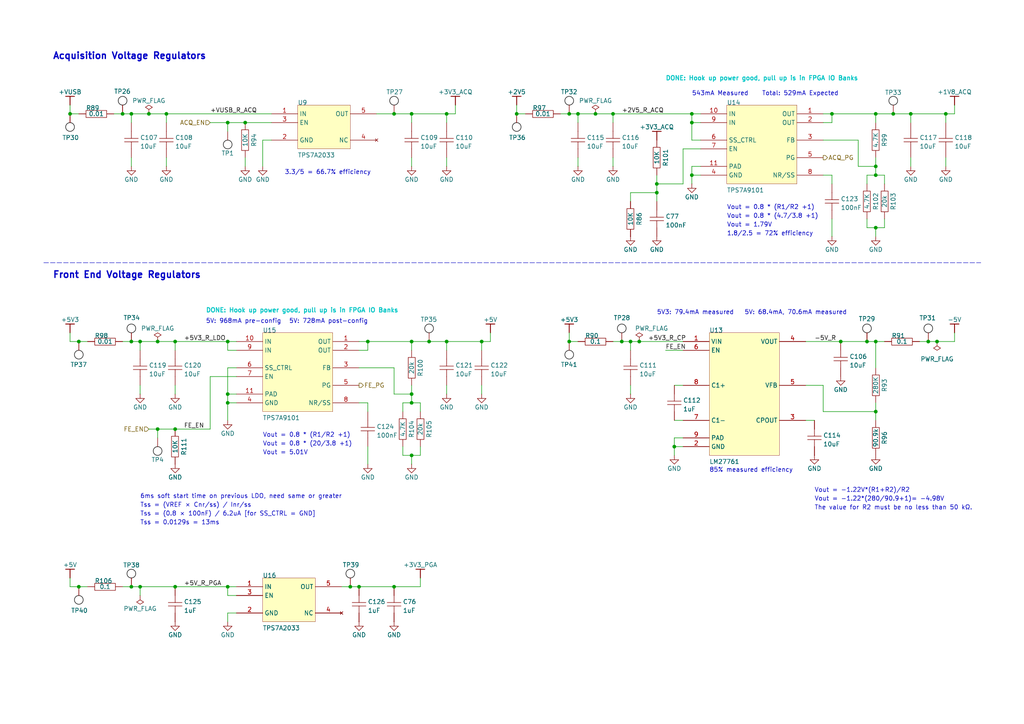
<source format=kicad_sch>
(kicad_sch (version 20250114) (generator "eeschema") (generator_version "9.0")
  (paper "A4")
  (title_block (title "ThunderScope") (rev "5") (company "EEVengers") (comment 1 "Aleksa Bjelogrlic"))
  (text "Vout = 0.8 * (20/3.8 +1)" (at 76.2 129.54 0) (effects (font (size 1.27 1.27)) (justify left bottom)))
  (text "" (at 96.52 162.56 0) (effects (font (size 1.27 1.27)) (justify left bottom)))
  (text "Tss = 0.0129s = 13ms" (at 40.64 152.4 0) (effects (font (size 1.27 1.27)) (justify left bottom)))
  (text "5V: 728mA post-config" (at 83.82 93.98 0) (effects (font (size 1.27 1.27) (thickness 0.1588)) (justify left bottom)))
  (text "3.3/5 = 66.7% efficiency" (at 82.55 50.8 0) (effects (font (size 1.27 1.27) (thickness 0.1588)) (justify left bottom)))
  (text "5V: 968mA pre-config" (at 59.69 93.98 0) (effects (font (size 1.27 1.27) (thickness 0.1588)) (justify left bottom)))
  (text "Vout = 0.8 * (R1/R2 +1)" (at 210.82 60.96 0) (effects (font (size 1.27 1.27) (thickness 0.1588)) (justify left bottom)))
  (text "Tss = (0.8 × 100nF) / 6.2uA [for SS_CTRL = GND]" (at 40.64 149.86 0) (effects (font (size 1.27 1.27)) (justify left bottom)))
  (text "Vout = -1.22V*(R1+R2)/R2" (at 236.22 142.24 0) (effects (font (size 1.27 1.27)) (justify left)))
  (text "Vout = 0.8 * (4.7/3.8 +1)" (at 210.82 63.5 0) (effects (font (size 1.27 1.27) (thickness 0.1588)) (justify left bottom)))
  (text "5V: 68.4mA, 70.6mA measured" (at 215.9 91.44 0) (effects (font (size 1.27 1.27) (thickness 0.1588)) (justify left bottom)))
  (text "6ms soft start time on previous LDO, need same or greater" (at 40.64 144.78 0) (effects (font (size 1.27 1.27)) (justify left bottom)))
  (text "Vout = 0.8 * (R1/R2 +1)" (at 76.2 127 0) (effects (font (size 1.27 1.27)) (justify left bottom)))
  (text "85% measured efficiency" (at 205.74 137.16 0) (effects (font (size 1.27 1.27) (thickness 0.1588)) (justify left bottom)))
  (text "DONE: Hook up power good, pull up is in FPGA IO Banks" (at 220.98 22.86 0) (effects (font (size 1.27 1.27) (thickness 0.254) (bold yes))))
  (text "Vout = 5.01V" (at 76.2 132.08 0) (effects (font (size 1.27 1.27)) (justify left bottom)))
  (text "1.8/2.5 = 72% efficiency" (at 210.82 68.58 0) (effects (font (size 1.27 1.27) (thickness 0.1588)) (justify left bottom)))
  (text "DONE: Hook up power good, pull up is in FPGA IO Banks" (at 87.63 90.17 0) (effects (font (size 1.27 1.27) (thickness 0.254) (bold yes))))
  (text "Vout = 1.79V" (at 210.82 66.04 0) (effects (font (size 1.27 1.27) (thickness 0.1588)) (justify left bottom)))
  (text "Front End Voltage Regulators" (at 15.24 78.74 0) (effects (font (size 1.905 1.905) (thickness 0.381) (bold yes)) (justify left top)))
  (text "5V3: 79.4mA measured" (at 190.5 91.44 0) (effects (font (size 1.27 1.27) (thickness 0.1588)) (justify left bottom)))
  (text "Total: 529mA Expected" (at 220.98 27.94 0) (effects (font (size 1.27 1.27) (thickness 0.1588)) (justify left bottom)))
  (text "543mA Measured" (at 200.66 27.94 0) (effects (font (size 1.27 1.27) (thickness 0.1588)) (justify left bottom)))
  (text "Acquisition Voltage Regulators" (at 15.24 15.24 0) (effects (font (size 1.905 1.905) (thickness 0.381) (bold yes)) (justify left top)))
  (text "Vout = -1.22*(280/90.9+1)= -4.98V" (at 236.22 144.78 0) (effects (font (size 1.27 1.27) (thickness 0.1588)) (justify left)))
  (text "Tss = (VREF × Cnr/ss) / Inr/ss" (at 40.64 147.32 0) (effects (font (size 1.27 1.27)) (justify left bottom)))
  (text "The value for R2 must be no less than 50 kΩ." (at 236.22 147.32 0) (effects (font (size 1.27 1.27)) (justify left)))
  (junction (at 66.04 170.18))
  (junction (at 254 99.06))
  (junction (at 264.16 33.02))
  (junction (at 50.8 124.46))
  (junction (at 165.1 99.06))
  (junction (at 241.3 33.02))
  (junction (at 114.3 33.02))
  (junction (at 43.18 33.02))
  (junction (at 66.04 35.56))
  (junction (at 119.38 132.08))
  (junction (at 200.66 33.02))
  (junction (at 45.72 124.46))
  (junction (at 22.86 99.06))
  (junction (at 40.64 170.18))
  (junction (at 200.66 50.8))
  (junction (at 35.56 33.02))
  (junction (at 119.38 99.06))
  (junction (at 190.5 55.88))
  (junction (at 165.1 33.02))
  (junction (at 124.46 99.06))
  (junction (at 66.04 116.84))
  (junction (at 195.58 129.54))
  (junction (at 66.04 114.3))
  (junction (at 119.38 116.84))
  (junction (at 254 119.38))
  (junction (at 119.38 114.3))
  (junction (at 129.54 33.02))
  (junction (at 50.8 99.06))
  (junction (at 180.34 99.06))
  (junction (at 271.78 99.06))
  (junction (at 254 48.26))
  (junction (at 254 50.8))
  (junction (at 200.66 35.56))
  (junction (at 139.7 99.06))
  (junction (at 104.14 170.18))
  (junction (at 48.26 33.02))
  (junction (at 172.72 33.02))
  (junction (at 190.5 53.34))
  (junction (at 149.86 33.02))
  (junction (at 66.04 99.06))
  (junction (at 22.86 170.18))
  (junction (at 259.08 33.02))
  (junction (at 185.42 99.06))
  (junction (at 177.8 33.02))
  (junction (at 38.1 33.02))
  (junction (at 129.54 99.06))
  (junction (at 251.46 99.06))
  (junction (at 254 33.02))
  (junction (at 119.38 33.02))
  (junction (at 106.68 99.06))
  (junction (at 182.88 99.06))
  (junction (at 20.32 33.02))
  (junction (at 269.24 99.06))
  (junction (at 101.6 170.18))
  (junction (at 40.64 99.06))
  (junction (at 167.64 33.02))
  (junction (at 45.72 99.06))
  (junction (at 50.8 170.18))
  (junction (at 38.1 99.06))
  (junction (at 71.12 35.56))
  (junction (at 254 66.04))
  (junction (at 114.3 170.18))
  (junction (at 38.1 170.18))
  (junction (at 274.32 33.02))
  (junction (at 243.84 99.06))
  (wire (pts (xy 71.12 45.72) (xy 71.12 48.26)))
  (wire (pts (xy 167.64 33.02) (xy 172.72 33.02)))
  (wire (pts (xy 119.38 134.62) (xy 119.38 132.08)))
  (wire (pts (xy 177.8 48.26) (xy 177.8 45.72)))
  (wire (pts (xy 119.38 116.84) (xy 121.92 116.84)))
  (wire (pts (xy 254 66.04) (xy 256.54 66.04)))
  (wire (pts (xy 22.86 99.06) (xy 25.4 99.06)))
  (wire (pts (xy 182.88 58.42) (xy 182.88 55.88)))
  (wire (pts (xy 45.72 124.46) (xy 50.8 124.46)))
  (wire (pts (xy 60.96 124.46) (xy 60.96 109.22)))
  (wire (pts (xy 106.68 99.06) (xy 119.38 99.06)))
  (wire (pts (xy 106.68 134.62) (xy 106.68 129.54)))
  (wire (pts (xy 241.3 50.8) (xy 241.3 53.34)))
  (wire (pts (xy 238.76 111.76) (xy 233.68 111.76)))
  (wire (pts (xy 20.32 33.02) (xy 22.86 33.02)))
  (wire (pts (xy 254 48.26) (xy 254 50.8)))
  (wire (pts (xy 66.04 35.56) (xy 71.12 35.56)))
  (wire (pts (xy 198.12 129.54) (xy 195.58 129.54)))
  (wire (pts (xy 132.08 33.02) (xy 132.08 30.48)))
  (wire (pts (xy 40.64 172.72) (xy 40.64 170.18)))
  (wire (pts (xy 66.04 170.18) (xy 68.58 170.18)))
  (wire (pts (xy 182.88 101.6) (xy 182.88 99.06)))
  (wire (pts (xy 116.84 132.08) (xy 119.38 132.08)))
  (wire (pts (xy 182.88 99.06) (xy 185.42 99.06)))
  (wire (pts (xy 165.1 99.06) (xy 167.64 99.06)))
  (wire (pts (xy 241.3 68.58) (xy 241.3 63.5)))
  (wire (pts (xy 233.68 121.92) (xy 236.22 121.92)))
  (wire (pts (xy 40.64 114.3) (xy 40.64 111.76)))
  (wire (pts (xy 68.58 116.84) (xy 66.04 116.84)))
  (wire (pts (xy 254 33.02) (xy 259.08 33.02)))
  (wire (pts (xy 20.32 96.52) (xy 20.32 99.06)))
  (wire (pts (xy 149.86 30.48) (xy 149.86 33.02)))
  (wire (pts (xy 119.38 132.08) (xy 121.92 132.08)))
  (wire (pts (xy 200.66 50.8) (xy 200.66 53.34)))
  (wire (pts (xy 43.18 33.02) (xy 48.26 33.02)))
  (wire (pts (xy 106.68 101.6) (xy 106.68 99.06)))
  (wire (pts (xy 182.88 114.3) (xy 182.88 111.76)))
  (wire (pts (xy 119.38 99.06) (xy 124.46 99.06)))
  (wire (pts (xy 243.84 99.06) (xy 251.46 99.06)))
  (wire (pts (xy 238.76 40.64) (xy 248.92 40.64)))
  (wire (pts (xy 35.56 99.06) (xy 38.1 99.06)))
  (wire (pts (xy 165.1 96.52) (xy 165.1 99.06)))
  (wire (pts (xy 233.68 99.06) (xy 243.84 99.06)))
  (wire (pts (xy 60.96 109.22) (xy 68.58 109.22)))
  (polyline (pts (xy 12.7 76.2) (xy 284.48 76.2)) (stroke (width 0.127) (type dash)))
  (wire (pts (xy 66.04 177.8) (xy 66.04 180.34)))
  (wire (pts (xy 66.04 172.72) (xy 66.04 170.18)))
  (wire (pts (xy 238.76 50.8) (xy 241.3 50.8)))
  (wire (pts (xy 254 45.72) (xy 254 48.26)))
  (wire (pts (xy 203.2 43.18) (xy 198.12 43.18)))
  (wire (pts (xy 20.32 99.06) (xy 22.86 99.06)))
  (wire (pts (xy 106.68 119.38) (xy 106.68 116.84)))
  (wire (pts (xy 264.16 33.02) (xy 264.16 35.56)))
  (wire (pts (xy 254 99.06) (xy 254 106.68)))
  (wire (pts (xy 254 68.58) (xy 254 66.04)))
  (wire (pts (xy 40.64 99.06) (xy 45.72 99.06)))
  (wire (pts (xy 129.54 48.26) (xy 129.54 45.72)))
  (wire (pts (xy 251.46 63.5) (xy 251.46 66.04)))
  (wire (pts (xy 119.38 33.02) (xy 119.38 35.56)))
  (wire (pts (xy 66.04 116.84) (xy 66.04 121.92)))
  (wire (pts (xy 68.58 106.68) (xy 66.04 106.68)))
  (wire (pts (xy 114.3 33.02) (xy 119.38 33.02)))
  (wire (pts (xy 182.88 55.88) (xy 190.5 55.88)))
  (wire (pts (xy 190.5 55.88) (xy 190.5 58.42)))
  (wire (pts (xy 254 35.56) (xy 254 33.02)))
  (wire (pts (xy 254 119.38) (xy 254 116.84)))
  (wire (pts (xy 43.18 124.46) (xy 45.72 124.46)))
  (wire (pts (xy 238.76 35.56) (xy 241.3 35.56)))
  (wire (pts (xy 38.1 33.02) (xy 43.18 33.02)))
  (wire (pts (xy 106.68 116.84) (xy 104.14 116.84)))
  (wire (pts (xy 256.54 66.04) (xy 256.54 63.5)))
  (wire (pts (xy 195.58 132.08) (xy 195.58 129.54)))
  (wire (pts (xy 124.46 99.06) (xy 129.54 99.06)))
  (wire (pts (xy 68.58 172.72) (xy 66.04 172.72)))
  (wire (pts (xy 167.64 48.26) (xy 167.64 45.72)))
  (wire (pts (xy 167.64 35.56) (xy 167.64 33.02)))
  (wire (pts (xy 198.12 43.18) (xy 198.12 53.34)))
  (wire (pts (xy 114.3 114.3) (xy 119.38 114.3)))
  (wire (pts (xy 119.38 114.3) (xy 119.38 116.84)))
  (wire (pts (xy 254 50.8) (xy 256.54 50.8)))
  (wire (pts (xy 48.26 33.02) (xy 78.74 33.02)))
  (wire (pts (xy 254 50.8) (xy 251.46 50.8)))
  (wire (pts (xy 203.2 40.64) (xy 200.66 40.64)))
  (wire (pts (xy 251.46 50.8) (xy 251.46 53.34)))
  (wire (pts (xy 185.42 99.06) (xy 198.12 99.06)))
  (wire (pts (xy 66.04 99.06) (xy 68.58 99.06)))
  (wire (pts (xy 68.58 101.6) (xy 66.04 101.6)))
  (wire (pts (xy 20.32 170.18) (xy 22.86 170.18)))
  (wire (pts (xy 200.66 33.02) (xy 203.2 33.02)))
  (wire (pts (xy 35.56 170.18) (xy 38.1 170.18)))
  (wire (pts (xy 119.38 116.84) (xy 116.84 116.84)))
  (wire (pts (xy 104.14 106.68) (xy 114.3 106.68)))
  (wire (pts (xy 78.74 40.64) (xy 76.2 40.64)))
  (wire (pts (xy 203.2 50.8) (xy 200.66 50.8)))
  (wire (pts (xy 109.22 33.02) (xy 114.3 33.02)))
  (wire (pts (xy 274.32 48.26) (xy 274.32 45.72)))
  (wire (pts (xy 254 119.38) (xy 238.76 119.38)))
  (wire (pts (xy 121.92 170.18) (xy 121.92 167.64)))
  (wire (pts (xy 269.24 99.06) (xy 271.78 99.06)))
  (wire (pts (xy 139.7 99.06) (xy 139.7 101.6)))
  (wire (pts (xy 104.14 101.6) (xy 106.68 101.6)))
  (wire (pts (xy 142.24 99.06) (xy 142.24 96.52)))
  (wire (pts (xy 139.7 99.06) (xy 142.24 99.06)))
  (wire (pts (xy 66.04 101.6) (xy 66.04 99.06)))
  (wire (pts (xy 190.5 50.8) (xy 190.5 53.34)))
  (wire (pts (xy 195.58 129.54) (xy 195.58 127)))
  (wire (pts (xy 48.26 33.02) (xy 48.26 35.56)))
  (wire (pts (xy 276.86 99.06) (xy 276.86 96.52)))
  (wire (pts (xy 193.04 101.6) (xy 198.12 101.6)))
  (wire (pts (xy 45.72 99.06) (xy 50.8 99.06)))
  (wire (pts (xy 200.66 35.56) (xy 200.66 33.02)))
  (wire (pts (xy 104.14 99.06) (xy 106.68 99.06)))
  (wire (pts (xy 33.02 33.02) (xy 35.56 33.02)))
  (wire (pts (xy 119.38 101.6) (xy 119.38 99.06)))
  (wire (pts (xy 129.54 33.02) (xy 132.08 33.02)))
  (wire (pts (xy 20.32 30.48) (xy 20.32 33.02)))
  (wire (pts (xy 182.88 99.06) (xy 180.34 99.06)))
  (wire (pts (xy 256.54 50.8) (xy 256.54 53.34)))
  (wire (pts (xy 241.3 35.56) (xy 241.3 33.02)))
  (wire (pts (xy 40.64 170.18) (xy 50.8 170.18)))
  (wire (pts (xy 116.84 129.54) (xy 116.84 132.08)))
  (wire (pts (xy 38.1 99.06) (xy 40.64 99.06)))
  (wire (pts (xy 238.76 119.38) (xy 238.76 111.76)))
  (wire (pts (xy 129.54 99.06) (xy 129.54 101.6)))
  (wire (pts (xy 190.5 53.34) (xy 198.12 53.34)))
  (wire (pts (xy 50.8 101.6) (xy 50.8 99.06)))
  (wire (pts (xy 266.7 99.06) (xy 269.24 99.06)))
  (wire (pts (xy 248.92 48.26) (xy 254 48.26)))
  (wire (pts (xy 114.3 170.18) (xy 121.92 170.18)))
  (wire (pts (xy 251.46 99.06) (xy 254 99.06)))
  (wire (pts (xy 50.8 170.18) (xy 66.04 170.18)))
  (wire (pts (xy 203.2 35.56) (xy 200.66 35.56)))
  (wire (pts (xy 248.92 40.64) (xy 248.92 48.26)))
  (wire (pts (xy 38.1 170.18) (xy 40.64 170.18)))
  (wire (pts (xy 198.12 111.76) (xy 195.58 111.76)))
  (wire (pts (xy 129.54 114.3) (xy 129.54 111.76)))
  (wire (pts (xy 129.54 99.06) (xy 139.7 99.06)))
  (wire (pts (xy 116.84 116.84) (xy 116.84 119.38)))
  (wire (pts (xy 180.34 99.06) (xy 177.8 99.06)))
  (wire (pts (xy 195.58 127) (xy 198.12 127)))
  (wire (pts (xy 76.2 40.64) (xy 76.2 48.26)))
  (wire (pts (xy 119.38 33.02) (xy 129.54 33.02)))
  (wire (pts (xy 200.66 40.64) (xy 200.66 35.56)))
  (wire (pts (xy 271.78 99.06) (xy 276.86 99.06)))
  (wire (pts (xy 203.2 48.26) (xy 200.66 48.26)))
  (wire (pts (xy 114.3 106.68) (xy 114.3 114.3)))
  (wire (pts (xy 264.16 33.02) (xy 274.32 33.02)))
  (wire (pts (xy 104.14 170.18) (xy 114.3 170.18)))
  (wire (pts (xy 274.32 33.02) (xy 276.86 33.02)))
  (wire (pts (xy 50.8 99.06) (xy 66.04 99.06)))
  (wire (pts (xy 71.12 35.56) (xy 78.74 35.56)))
  (wire (pts (xy 172.72 33.02) (xy 177.8 33.02)))
  (wire (pts (xy 68.58 177.8) (xy 66.04 177.8)))
  (wire (pts (xy 68.58 114.3) (xy 66.04 114.3)))
  (wire (pts (xy 38.1 48.26) (xy 38.1 45.72)))
  (wire (pts (xy 177.8 33.02) (xy 177.8 35.56)))
  (wire (pts (xy 162.56 33.02) (xy 165.1 33.02)))
  (wire (pts (xy 139.7 114.3) (xy 139.7 111.76)))
  (wire (pts (xy 121.92 116.84) (xy 121.92 119.38)))
  (wire (pts (xy 50.8 114.3) (xy 50.8 111.76)))
  (wire (pts (xy 119.38 114.3) (xy 119.38 111.76)))
  (wire (pts (xy 40.64 101.6) (xy 40.64 99.06)))
  (wire (pts (xy 251.46 66.04) (xy 254 66.04)))
  (wire (pts (xy 101.6 170.18) (xy 99.06 170.18)))
  (wire (pts (xy 149.86 33.02) (xy 152.4 33.02)))
  (wire (pts (xy 35.56 33.02) (xy 38.1 33.02)))
  (wire (pts (xy 165.1 33.02) (xy 167.64 33.02)))
  (wire (pts (xy 190.5 53.34) (xy 190.5 55.88)))
  (wire (pts (xy 45.72 124.46) (xy 45.72 127)))
  (wire (pts (xy 177.8 33.02) (xy 200.66 33.02)))
  (wire (pts (xy 276.86 33.02) (xy 276.86 30.48)))
  (wire (pts (xy 254 121.92) (xy 254 119.38)))
  (wire (pts (xy 22.86 170.18) (xy 25.4 170.18)))
  (wire (pts (xy 119.38 48.26) (xy 119.38 45.72)))
  (wire (pts (xy 50.8 124.46) (xy 60.96 124.46)))
  (wire (pts (xy 259.08 33.02) (xy 264.16 33.02)))
  (wire (pts (xy 238.76 33.02) (xy 241.3 33.02)))
  (wire (pts (xy 66.04 106.68) (xy 66.04 114.3)))
  (wire (pts (xy 48.26 48.26) (xy 48.26 45.72)))
  (wire (pts (xy 200.66 48.26) (xy 200.66 50.8)))
  (wire (pts (xy 60.96 35.56) (xy 66.04 35.56)))
  (wire (pts (xy 66.04 114.3) (xy 66.04 116.84)))
  (wire (pts (xy 254 99.06) (xy 256.54 99.06)))
  (wire (pts (xy 274.32 33.02) (xy 274.32 35.56)))
  (wire (pts (xy 129.54 33.02) (xy 129.54 35.56)))
  (wire (pts (xy 66.04 38.1) (xy 66.04 35.56)))
  (wire (pts (xy 121.92 132.08) (xy 121.92 129.54)))
  (wire (pts (xy 264.16 48.26) (xy 264.16 45.72)))
  (wire (pts (xy 20.32 167.64) (xy 20.32 170.18)))
  (wire (pts (xy 104.14 170.18) (xy 101.6 170.18)))
  (wire (pts (xy 241.3 33.02) (xy 254 33.02)))
  (wire (pts (xy 198.12 121.92) (xy 195.58 121.92)))
  (wire (pts (xy 38.1 35.56) (xy 38.1 33.02)))
  (label "+5V_R_PGA" (at 53.34 170.18 0))
  (label "+VUSB_R_ACQ" (at 60.96 33.02 0))
  (label "+5V3_R_CP" (at 187.96 99.06 0))
  (label "+2V5_R_ACQ" (at 180.34 33.02 0))
  (label "FE_EN" (at 193.04 101.6 0))
  (label "FE_EN" (at 53.34 124.46 0))
  (label "-5V_R" (at 236.22 99.06 0))
  (label "+5V3_R_LDO" (at 53.34 99.06 0))
  (hierarchical_label "FE_PG" (shape output) (at 104.14 111.76 0))
  (hierarchical_label "FE_EN" (shape input) (at 43.18 124.46 180))
  (hierarchical_label "ACQ_PG" (shape output) (at 238.76 45.72 0))
  (hierarchical_label "ACQ_EN" (shape input) (at 60.96 35.56 180))
  (symbol (lib_id "Thunderscope_Rev5:CAP 10uF 25V X5R 0603") (at 50.8 106.68 0) (unit 1)
    (property "Reference" "C120" (at 53.34 106.68 0) (effects (justify left bottom)))
    (property "Value" "10uF" (at 53.34 109.22 0) (effects (justify left bottom)))
    (property "Footprint" "Thunderscope_Rev5:GEN_C_0603" (effects (hide yes)))
    (property "PACKAGE" "0402" (effects (hide yes)))
    (property "VOLTAGE RATING" "25V" (effects (hide yes)))
    (property "SUPPLIER 1" "Mouser" (effects (hide yes)))
    (property "SUPPLIER PART NUMBER 1" "81-GRM188R61E106MA3D" (effects (hide yes)))
    (property "MANUFACTURER" "Murata" (effects (hide yes)))
    (property "MANUFACTURER PART NUMBER" "GRM188R61E106MA73D" (effects (hide yes)))
  )
  (symbol (lib_id "Thunderscope_Rev5:TP PCB 1mm") (at 124.46 99.06 90) (unit 1) (in_bom no)
    (property "Reference" "TP35" (at 126.8154 91.9384 90) (effects (justify left bottom)))
    (property "Value" "PCB" (effects (hide yes)))
    (property "Footprint" "Thunderscope_Rev5:GEN_TP_PCB" (effects (hide yes)))
  )
  (symbol (lib_id "Thunderscope_Rev5:-5V_BAR") (at 276.86 96.52 180) (unit 1)
    (property "Reference" "#PWR0534" (effects (hide yes)))
    (property "Value" "-5V" (at 276.86 92.71 0))
    (property "Description" "Power symbol creates a global label with name '-5V'" (effects (hide yes)))
  )
  (symbol (lib_id "Thunderscope_Rev5:+3V3_ACQ_BAR") (at 132.08 30.48 180) (unit 1)
    (property "Reference" "#PWR0275" (effects (hide yes)))
    (property "Value" "+3V3_ACQ" (at 132.08 26.67 0))
    (property "Description" "Power symbol creates a global label with name '+3V3_ACQ'" (effects (hide yes)))
  )
  (symbol (lib_id "Thunderscope_Rev5:+5V_BAR") (at 20.32 167.64 180) (unit 1)
    (property "Reference" "#PWR0535" (effects (hide yes)))
    (property "Value" "+5V" (at 20.32 163.83 0))
    (property "Description" "Power symbol creates a global label with name '+5V'" (effects (hide yes)))
  )
  (symbol (lib_id "Thunderscope_Rev5:RES 20K OHM 1% 1/16W 0402") (at 121.92 124.46 0) (unit 1)
    (property "Reference" "R105" (at 124.46 124.46 90))
    (property "Value" "20k" (at 121.92 124.46 90))
    (property "Footprint" "Thunderscope_Rev5:GEN_R_0402" (effects (hide yes)))
    (property "TOLERANCE" "1%" (effects (hide yes)))
    (property "PACKAGE" "0402" (effects (hide yes)))
    (property "SUPPLIER 1" "Mouser" (effects (hide yes)))
    (property "SUPPLIER PART NUMBER 1" "603-RC0402FR-0720KL" (effects (hide yes)))
    (property "MANUFACTURER" "Yageo" (effects (hide yes)))
    (property "MANUFACTURER PART NUMBER" "RC0402FR-0720KL" (effects (hide yes)))
  )
  (symbol (lib_id "Thunderscope_Rev5:RES 0.01 OHM 1% 1/4W 0603") (at 157.48 33.02 0) (unit 1)
    (property "Reference" "R97" (at 154.48 32.044 0) (effects (justify left bottom)))
    (property "Value" "0.01" (at 157.48 33.02 0))
    (property "Footprint" "Thunderscope_Rev5:GEN_R_0603" (effects (hide yes)))
    (property "TOLERANCE" "1%" (effects (hide yes)))
    (property "SUPPLIER 1" "Mouser" (effects (hide yes)))
    (property "SUPPLIER PART NUMBER 1" "754-RL0816T-R010-F" (effects (hide yes)))
    (property "PACKAGE" "0603" (effects (hide yes)))
    (property "HOUSE PART NUMBER" "R-0.01-0603-1%-001" (effects (hide yes)))
    (property "MANUFACTURER" "Susumu" (effects (hide yes)))
    (property "MANUFACTURER PART NUMBER" "RL0816T-R010-F" (effects (hide yes)))
  )
  (symbol (lib_id "Thunderscope_Rev5:CAP 10uF 25V X5R 0603") (at 48.26 40.64 0) (unit 1)
    (property "Reference" "C108" (at 50.8 40.64 0) (effects (justify left bottom)))
    (property "Value" "10uF" (at 50.8 43.18 0) (effects (justify left bottom)))
    (property "Footprint" "Thunderscope_Rev5:GEN_C_0603" (effects (hide yes)))
    (property "PACKAGE" "0402" (effects (hide yes)))
    (property "VOLTAGE RATING" "25V" (effects (hide yes)))
    (property "SUPPLIER 1" "Mouser" (effects (hide yes)))
    (property "SUPPLIER PART NUMBER 1" "81-GRM188R61E106MA3D" (effects (hide yes)))
    (property "MANUFACTURER" "Murata" (effects (hide yes)))
    (property "MANUFACTURER PART NUMBER" "GRM188R61E106MA73D" (effects (hide yes)))
  )
  (symbol (lib_id "Thunderscope_Rev5:IC LDO TPS7A9101") (at 86.36 106.68 0) (unit 1)
    (property "Reference" "U15" (at 76.2 96.52 0) (effects (justify left bottom)))
    (property "Value" "TPS7A9101" (at 76.2 121.92 0) (effects (justify left bottom)))
    (property "Footprint" "Thunderscope_Rev5:TI_WSON10_DSK0010A" (effects (hide yes)))
    (property "SUPPLIER 1" "Texas Instruments" (effects (hide yes)))
    (property "SUPPLIER PART NUMBER 1" "TPS7A9101DSKR" (effects (hide yes)))
    (property "MANUFACTURER" "Texas Instruments" (effects (hide yes)))
    (property "MANUFACTURER PART NUMBER" "TPS7A9101DSKR" (effects (hide yes)))
  )
  (symbol (lib_id "Thunderscope_Rev5:GND") (at 104.14 180.34 0) (unit 1)
    (property "Reference" "#PWR0530" (effects (hide yes)))
    (property "Value" "GND" (at 104.14 184.15 0))
    (property "Description" "Power symbol creates a global label with name \"GND\" , ground" (effects (hide yes)))
  )
  (symbol (lib_id "Thunderscope_Rev5:GND") (at 264.16 48.26 0) (unit 1)
    (property "Reference" "#PWR0551" (effects (hide yes)))
    (property "Value" "GND" (at 264.16 52.07 0))
    (property "Description" "Power symbol creates a global label with name \"GND\" , ground" (effects (hide yes)))
  )
  (symbol (lib_id "Thunderscope_Rev5:TP PCB 1mm") (at 180.34 99.06 90) (unit 1) (in_bom no)
    (property "Reference" "TP28" (at 182.8211 91.4674 90) (effects (justify left bottom)))
    (property "Value" "PCB" (effects (hide yes)))
    (property "Footprint" "Thunderscope_Rev5:GEN_TP_PCB" (effects (hide yes)))
  )
  (symbol (lib_id "Thunderscope_Rev5:CAP 10uF 25V X5R 0603") (at 243.84 104.14 0) (unit 1)
    (property "Reference" "C106" (at 246.38 104.14 0) (effects (justify left bottom)))
    (property "Value" "10uF" (at 246.38 106.68 0) (effects (justify left bottom)))
    (property "Footprint" "Thunderscope_Rev5:GEN_C_0603" (effects (hide yes)))
    (property "PACKAGE" "0402" (effects (hide yes)))
    (property "VOLTAGE RATING" "25V" (effects (hide yes)))
    (property "SUPPLIER 1" "Mouser" (effects (hide yes)))
    (property "SUPPLIER PART NUMBER 1" "81-GRM188R61E106MA3D" (effects (hide yes)))
    (property "MANUFACTURER" "Murata" (effects (hide yes)))
    (property "MANUFACTURER PART NUMBER" "GRM188R61E106MA73D" (effects (hide yes)))
  )
  (symbol (lib_id "Thunderscope_Rev5:IC LDO TPS7A2033") (at 93.98 38.1 0) (unit 1)
    (property "Reference" "U9" (at 86.36 30.48 0) (effects (justify left bottom)))
    (property "Value" "TPS7A2033" (at 86.36 45.72 0) (effects (justify left bottom)))
    (property "Footprint" "Thunderscope_Rev5:GEN_SOT23_5_950_2900X1600X1450" (effects (hide yes)))
    (property "MANUFACTURER" "Texas Instruments" (effects (hide yes)))
    (property "MANUFACTURER PART NUMBER" "TPS7A2033PDBVR" (effects (hide yes)))
    (property "SUPPLIER 1" "Texas Instruments" (effects (hide yes)))
    (property "SUPPLIER PART NUMBER 1" "TPS7A2033PDBVR" (effects (hide yes)))
  )
  (symbol (lib_id "Thunderscope_Rev5:RES 90.9K OHM 1% 1/16W 0402") (at 254 127 270) (unit 1)
    (property "Reference" "R96" (at 256.54 127 0))
    (property "Value" "90.9k" (at 254 127 0))
    (property "Footprint" "Thunderscope_Rev5:GEN_R_0402" (effects (hide yes)))
    (property "TOLERANCE" "1%" (effects (hide yes)))
    (property "PACKAGE" "0402" (effects (hide yes)))
    (property "SUPPLIER 1" "Mouser" (effects (hide yes)))
    (property "SUPPLIER PART NUMBER 1" "603-RC0402FR-0790K9L" (effects (hide yes)))
    (property "MANUFACTURER" "Yageo" (effects (hide yes)))
    (property "MANUFACTURER PART NUMBER" "RC0402FR-0790K9L" (effects (hide yes)))
  )
  (symbol (lib_id "Thunderscope_Rev5:GND") (at 177.8 48.26 0) (unit 1)
    (property "Reference" "#PWR0543" (effects (hide yes)))
    (property "Value" "GND" (at 177.8 52.07 0))
    (property "Description" "Power symbol creates a global label with name \"GND\" , ground" (effects (hide yes)))
  )
  (symbol (lib_id "Thunderscope_Rev5:RES 10K OHM 1% 1/10W 0402") (at 190.5 45.72 90) (unit 1)
    (property "Reference" "R101" (at 193.04 45.72 0))
    (property "Value" "10K" (at 190.5 45.72 0))
    (property "Footprint" "Thunderscope_Rev5:GEN_R_0402" (effects (hide yes)))
    (property "TOLERANCE" "1%" (effects (hide yes)))
    (property "PACKAGE" "0402" (effects (hide yes)))
    (property "SUPPLIER 1" "Mouser" (effects (hide yes)))
    (property "SUPPLIER PART NUMBER 1" "667-ERJ-2RKF1002X" (effects (hide yes)))
    (property "MANUFACTURER" "Panasonic" (effects (hide yes)))
    (property "MANUFACTURER PART NUMBER" "ERJ-2RKF1002X" (effects (hide yes)))
  )
  (symbol (lib_id "Thunderscope_Rev5:+2V5_BAR") (at 149.86 30.48 180) (unit 1)
    (property "Reference" "#PWR0546" (effects (hide yes)))
    (property "Value" "+2V5" (at 149.86 26.67 0))
    (property "Description" "Power symbol creates a global label with name '+2V5'" (effects (hide yes)))
  )
  (symbol (lib_id "Thunderscope_Rev5:CAP 1uF 25V X5R 0402") (at 114.3 175.26 0) (unit 1)
    (property "Reference" "C76" (at 116.84 175.26 0) (effects (justify left bottom)))
    (property "Value" "1uF" (at 116.84 177.8 0) (effects (justify left bottom)))
    (property "Footprint" "Thunderscope_Rev5:GEN_C_0402" (effects (hide yes)))
    (property "PACKAGE" "0402" (effects (hide yes)))
    (property "VOLTAGE RATING" "25V" (effects (hide yes)))
    (property "SUPPLIER 1" "Mouser" (effects (hide yes)))
    (property "SUPPLIER PART NUMBER 1" "81-GRM155R61E105KA2D" (effects (hide yes)))
    (property "MANUFACTURER" "Murata" (effects (hide yes)))
    (property "MANUFACTURER PART NUMBER" "GRM155R61E105KA12D" (effects (hide yes)))
  )
  (symbol (lib_id "Thunderscope_Rev5:GND") (at 114.3 180.34 0) (unit 1)
    (property "Reference" "#PWR0276" (effects (hide yes)))
    (property "Value" "GND" (at 114.3 184.15 0))
    (property "Description" "Power symbol creates a global label with name \"GND\" , ground" (effects (hide yes)))
  )
  (symbol (lib_id "Thunderscope_Rev5:RES 0.01 OHM 1% 1/4W 0603") (at 30.48 99.06 0) (unit 1)
    (property "Reference" "R98" (at 27.48 98.084 0) (effects (justify left bottom)))
    (property "Value" "0.01" (at 30.48 99.06 0))
    (property "Footprint" "Thunderscope_Rev5:GEN_R_0603" (effects (hide yes)))
    (property "TOLERANCE" "1%" (effects (hide yes)))
    (property "SUPPLIER 1" "Mouser" (effects (hide yes)))
    (property "SUPPLIER PART NUMBER 1" "754-RL0816T-R010-F" (effects (hide yes)))
    (property "PACKAGE" "0603" (effects (hide yes)))
    (property "HOUSE PART NUMBER" "R-0.01-0603-1%-001" (effects (hide yes)))
    (property "MANUFACTURER" "Susumu" (effects (hide yes)))
    (property "MANUFACTURER PART NUMBER" "RL0816T-R010-F" (effects (hide yes)))
  )
  (symbol (lib_id "Thunderscope_Rev5:TP PCB 1mm") (at 38.1 170.18 90) (unit 1) (in_bom no)
    (property "Reference" "TP38" (at 40.5752 163.1822 90) (effects (justify left bottom)))
    (property "Value" "PCB" (effects (hide yes)))
    (property "Footprint" "Thunderscope_Rev5:GEN_TP_PCB" (effects (hide yes)))
  )
  (symbol (lib_id "Thunderscope_Rev5:RES 0.1 OHM 1% 1/6W 0402") (at 172.72 99.06 0) (unit 1)
    (property "Reference" "R90" (at 169.72 98.084 0) (effects (justify left bottom)))
    (property "Value" "0.1" (at 172.72 99.06 0))
    (property "Footprint" "Thunderscope_Rev5:GEN_R_0402" (effects (hide yes)))
    (property "TOLERANCE" "1%" (effects (hide yes)))
    (property "PACKAGE" "0402" (effects (hide yes)))
    (property "SUPPLIER 1" "Mouser" (effects (hide yes)))
    (property "SUPPLIER PART NUMBER 1" "667-ERJ-2BSFR10X" (effects (hide yes)))
    (property "MANUFACTURER" "Panasonic" (effects (hide yes)))
    (property "MANUFACTURER PART NUMBER" "ERJ-2BSFR10X" (effects (hide yes)))
  )
  (symbol (lib_id "Thunderscope_Rev5:CAP 100nF 16V X7R 0402") (at 106.68 124.46 0) (unit 1)
    (property "Reference" "C124" (at 109.22 124.46 0) (effects (justify left bottom)))
    (property "Value" "100nF" (at 109.22 127 0) (effects (justify left bottom)))
    (property "Footprint" "Thunderscope_Rev5:GEN_C_0402" (effects (hide yes)))
    (property "PACKAGE" "0402" (effects (hide yes)))
    (property "VOLTAGE RATING" "16V" (effects (hide yes)))
    (property "SUPPLIER 1" "Mouser" (effects (hide yes)))
    (property "SUPPLIER PART NUMBER 1" "81-GCM155R71C104KA5D" (effects (hide yes)))
    (property "MANUFACTURER" "Murata" (effects (hide yes)))
    (property "HOUSE PART NUMBER" "C-100nF-0402-002" (effects (hide yes)))
    (property "MANUFACTURER PART NUMBER" "GCM155R71C104KA55D" (effects (hide yes)))
  )
  (symbol (lib_id "Thunderscope_Rev5:CAP 1uF 25V X5R 0402") (at 50.8 175.26 0) (unit 1)
    (property "Reference" "C125" (at 53.34 175.26 0) (effects (justify left bottom)))
    (property "Value" "1uF" (at 53.34 177.8 0) (effects (justify left bottom)))
    (property "Footprint" "Thunderscope_Rev5:GEN_C_0402" (effects (hide yes)))
    (property "PACKAGE" "0402" (effects (hide yes)))
    (property "VOLTAGE RATING" "25V" (effects (hide yes)))
    (property "SUPPLIER 1" "Mouser" (effects (hide yes)))
    (property "SUPPLIER PART NUMBER 1" "81-GRM155R61E105KA2D" (effects (hide yes)))
    (property "MANUFACTURER" "Murata" (effects (hide yes)))
    (property "MANUFACTURER PART NUMBER" "GRM155R61E105KA12D" (effects (hide yes)))
  )
  (symbol (lib_id "power:PWR_FLAG") (at 45.72 99.06 0) (unit 1)
    (property "Reference" "#FLG024" (effects (hide yes)))
    (property "Value" "PWR_FLAG" (at 45.72 95.25 0))
    (property "Description" "Special symbol for telling ERC where power comes from" (effects (hide yes)))
  )
  (symbol (lib_id "Thunderscope_Rev5:RES 4.7K OHM 1% 1/10W 0402") (at 251.46 58.42 90) (unit 1)
    (property "Reference" "R102" (at 254 58.42 0))
    (property "Value" "4.7K" (at 251.46 58.42 0))
    (property "Footprint" "Thunderscope_Rev5:GEN_R_0402" (effects (hide yes)))
    (property "TOLERANCE" "1%" (effects (hide yes)))
    (property "PACKAGE" "0402" (effects (hide yes)))
    (property "SUPPLIER 1" "Mouser" (effects (hide yes)))
    (property "SUPPLIER PART NUMBER 1" "667-ERJ-2RKF4701X" (effects (hide yes)))
    (property "MANUFACTURER" "Panasonic" (effects (hide yes)))
    (property "MANUFACTURER PART NUMBER" "ERJ-2RKF4701X" (effects (hide yes)))
  )
  (symbol (lib_id "Thunderscope_Rev5:GND") (at 182.88 68.58 0) (unit 1)
    (property "Reference" "#PWR01001" (effects (hide yes)))
    (property "Value" "GND" (at 182.88 72.39 0))
    (property "Description" "Power symbol creates a global label with name \"GND\" , ground" (effects (hide yes)))
  )
  (symbol (lib_id "Thunderscope_Rev5:GND") (at 274.32 48.26 0) (unit 1)
    (property "Reference" "#PWR0549" (effects (hide yes)))
    (property "Value" "GND" (at 274.32 52.07 0))
    (property "Description" "Power symbol creates a global label with name \"GND\" , ground" (effects (hide yes)))
  )
  (symbol (lib_id "Thunderscope_Rev5:GND") (at 66.04 180.34 0) (unit 1)
    (property "Reference" "#PWR0532" (effects (hide yes)))
    (property "Value" "GND" (at 66.04 184.15 0))
    (property "Description" "Power symbol creates a global label with name \"GND\" , ground" (effects (hide yes)))
  )
  (symbol (lib_id "Thunderscope_Rev5:CAP 1uF 25V X5R 0402") (at 104.14 175.26 0) (unit 1)
    (property "Reference" "C126" (at 106.68 175.26 0) (effects (justify left bottom)))
    (property "Value" "1uF" (at 106.68 177.8 0) (effects (justify left bottom)))
    (property "Footprint" "Thunderscope_Rev5:GEN_C_0402" (effects (hide yes)))
    (property "PACKAGE" "0402" (effects (hide yes)))
    (property "VOLTAGE RATING" "25V" (effects (hide yes)))
    (property "SUPPLIER 1" "Mouser" (effects (hide yes)))
    (property "SUPPLIER PART NUMBER 1" "81-GRM155R61E105KA2D" (effects (hide yes)))
    (property "MANUFACTURER" "Murata" (effects (hide yes)))
    (property "MANUFACTURER PART NUMBER" "GRM155R61E105KA12D" (effects (hide yes)))
  )
  (symbol (lib_id "Thunderscope_Rev5:TP PCB 1mm") (at 38.1 99.06 90) (unit 1) (in_bom no)
    (property "Reference" "TP34" (at 40.64 91.44 90) (effects (justify left bottom)))
    (property "Value" "PCB" (effects (hide yes)))
    (property "Footprint" "Thunderscope_Rev5:GEN_TP_PCB" (effects (hide yes)))
  )
  (symbol (lib_id "Thunderscope_Rev5:TP PCB 1mm") (at 165.1 99.06 270) (unit 1) (in_bom no)
    (property "Reference" "TP41" (at 162.6305 106.4817 90) (effects (justify left bottom)))
    (property "Value" "PCB" (effects (hide yes)))
    (property "Footprint" "Thunderscope_Rev5:GEN_TP_PCB" (effects (hide yes)))
  )
  (symbol (lib_id "Thunderscope_Rev5:TP PCB 1mm") (at 251.46 99.06 90) (unit 1) (in_bom no)
    (property "Reference" "TP29" (at 253.8901 91.7618 90) (effects (justify left bottom)))
    (property "Value" "PCB" (effects (hide yes)))
    (property "Footprint" "Thunderscope_Rev5:GEN_TP_PCB" (effects (hide yes)))
  )
  (symbol (lib_id "Thunderscope_Rev5:+VUSB") (at 20.32 30.48 180) (unit 1)
    (property "Reference" "#PWR0269" (effects (hide yes)))
    (property "Value" "+VUSB" (at 20.32 26.67 0))
    (property "Description" "Power symbol creates a global label with name '+VUSB'" (effects (hide yes)))
  )
  (symbol (lib_id "Thunderscope_Rev5:TP PCB 1mm") (at 66.04 38.1 270) (unit 1) (in_bom no)
    (property "Reference" "TP1" (at 66.04 44.45 90))
    (property "Value" "PCB" (effects (hide yes)))
    (property "Footprint" "Thunderscope_Rev5:GEN_TP_PCB" (effects (hide yes)))
  )
  (symbol (lib_id "Thunderscope_Rev5:GND") (at 119.38 134.62 0) (unit 1)
    (property "Reference" "#PWR0528" (effects (hide yes)))
    (property "Value" "GND" (at 119.38 138.43 0))
    (property "Description" "Power symbol creates a global label with name \"GND\" , ground" (effects (hide yes)))
  )
  (symbol (lib_id "Thunderscope_Rev5:TP PCB 1mm") (at 22.86 170.18 270) (unit 1) (in_bom no)
    (property "Reference" "TP40" (at 20.5948 177.8039 90) (effects (justify left bottom)))
    (property "Value" "PCB" (effects (hide yes)))
    (property "Footprint" "Thunderscope_Rev5:GEN_TP_PCB" (effects (hide yes)))
  )
  (symbol (lib_id "Thunderscope_Rev5:CAP 10uF 25V X5R 0603") (at 129.54 40.64 0) (unit 1)
    (property "Reference" "C110" (at 132.08 40.64 0) (effects (justify left bottom)))
    (property "Value" "10uF" (at 132.08 43.18 0) (effects (justify left bottom)))
    (property "Footprint" "Thunderscope_Rev5:GEN_C_0603" (effects (hide yes)))
    (property "PACKAGE" "0402" (effects (hide yes)))
    (property "VOLTAGE RATING" "25V" (effects (hide yes)))
    (property "SUPPLIER 1" "Mouser" (effects (hide yes)))
    (property "SUPPLIER PART NUMBER 1" "81-GRM188R61E106MA3D" (effects (hide yes)))
    (property "MANUFACTURER" "Murata" (effects (hide yes)))
    (property "MANUFACTURER PART NUMBER" "GRM188R61E106MA73D" (effects (hide yes)))
  )
  (symbol (lib_id "Thunderscope_Rev5:GND") (at 200.66 53.34 0) (unit 1)
    (property "Reference" "#PWR0544" (effects (hide yes)))
    (property "Value" "GND" (at 200.66 57.15 0))
    (property "Description" "Power symbol creates a global label with name \"GND\" , ground" (effects (hide yes)))
  )
  (symbol (lib_id "Thunderscope_Rev5:GND") (at 38.1 48.26 0) (unit 1)
    (property "Reference" "#PWR0517" (effects (hide yes)))
    (property "Value" "GND" (at 38.1 52.07 0))
    (property "Description" "Power symbol creates a global label with name \"GND\" , ground" (effects (hide yes)))
  )
  (symbol (lib_id "Thunderscope_Rev5:CAP 10uF 25V X5R 0603") (at 264.16 40.64 0) (unit 1)
    (property "Reference" "C117" (at 266.7 40.64 0) (effects (justify left bottom)))
    (property "Value" "10uF" (at 266.7 43.18 0) (effects (justify left bottom)))
    (property "Footprint" "Thunderscope_Rev5:GEN_C_0603" (effects (hide yes)))
    (property "PACKAGE" "0402" (effects (hide yes)))
    (property "VOLTAGE RATING" "25V" (effects (hide yes)))
    (property "SUPPLIER 1" "Mouser" (effects (hide yes)))
    (property "SUPPLIER PART NUMBER 1" "81-GRM188R61E106MA3D" (effects (hide yes)))
    (property "MANUFACTURER" "Murata" (effects (hide yes)))
    (property "MANUFACTURER PART NUMBER" "GRM188R61E106MA73D" (effects (hide yes)))
  )
  (symbol (lib_id "Thunderscope_Rev5:CAP 10uF 25V X5R 0603") (at 167.64 40.64 0) (unit 1)
    (property "Reference" "C115" (at 170.18 40.64 0) (effects (justify left bottom)))
    (property "Value" "10uF" (at 170.18 43.18 0) (effects (justify left bottom)))
    (property "Footprint" "Thunderscope_Rev5:GEN_C_0603" (effects (hide yes)))
    (property "PACKAGE" "0402" (effects (hide yes)))
    (property "VOLTAGE RATING" "25V" (effects (hide yes)))
    (property "SUPPLIER 1" "Mouser" (effects (hide yes)))
    (property "SUPPLIER PART NUMBER 1" "81-GRM188R61E106MA3D" (effects (hide yes)))
    (property "MANUFACTURER" "Murata" (effects (hide yes)))
    (property "MANUFACTURER PART NUMBER" "GRM188R61E106MA73D" (effects (hide yes)))
  )
  (symbol (lib_id "Thunderscope_Rev5:GND") (at 139.7 114.3 0) (unit 1)
    (property "Reference" "#PWR0540" (effects (hide yes)))
    (property "Value" "GND" (at 139.7 118.11 0))
    (property "Description" "Power symbol creates a global label with name \"GND\" , ground" (effects (hide yes)))
  )
  (symbol (lib_id "Thunderscope_Rev5:GND") (at 190.5 68.58 0) (unit 1)
    (property "Reference" "#PWR0545" (effects (hide yes)))
    (property "Value" "GND" (at 190.5 72.39 0))
    (property "Description" "Power symbol creates a global label with name \"GND\" , ground" (effects (hide yes)))
  )
  (symbol (lib_id "Thunderscope_Rev5:GND") (at 254 132.08 0) (unit 1)
    (property "Reference" "#PWR0509" (effects (hide yes)))
    (property "Value" "GND" (at 254 135.89 0))
    (property "Description" "Power symbol creates a global label with name \"GND\" , ground" (effects (hide yes)))
  )
  (symbol (lib_id "Thunderscope_Rev5:+5V3_BAR") (at 165.1 96.52 180) (unit 1)
    (property "Reference" "#PWR0513" (effects (hide yes)))
    (property "Value" "+5V3" (at 165.1 92.71 0))
    (property "Description" "Power symbol creates a global label with name '+5V3'" (effects (hide yes)))
  )
  (symbol (lib_id "Thunderscope_Rev5:RES 4.7K OHM 1% 1/10W 0402") (at 254 40.64 90) (unit 1)
    (property "Reference" "R99" (at 256.54 40.64 0))
    (property "Value" "4.7K" (at 254 40.64 0))
    (property "Footprint" "Thunderscope_Rev5:GEN_R_0402" (effects (hide yes)))
    (property "TOLERANCE" "1%" (effects (hide yes)))
    (property "PACKAGE" "0402" (effects (hide yes)))
    (property "SUPPLIER 1" "Mouser" (effects (hide yes)))
    (property "SUPPLIER PART NUMBER 1" "667-ERJ-2RKF4701X" (effects (hide yes)))
    (property "MANUFACTURER" "Panasonic" (effects (hide yes)))
    (property "MANUFACTURER PART NUMBER" "ERJ-2RKF4701X" (effects (hide yes)))
  )
  (symbol (lib_id "Thunderscope_Rev5:TP PCB 1mm") (at 101.6 170.18 90) (unit 1) (in_bom no)
    (property "Reference" "TP39" (at 104.2302 163.1252 90) (effects (justify left bottom)))
    (property "Value" "PCB" (effects (hide yes)))
    (property "Footprint" "Thunderscope_Rev5:GEN_TP_PCB" (effects (hide yes)))
  )
  (symbol (lib_id "Thunderscope_Rev5:GND") (at 243.84 109.22 0) (unit 1)
    (property "Reference" "#PWR0510" (effects (hide yes)))
    (property "Value" "GND" (at 243.84 113.03 0))
    (property "Description" "Power symbol creates a global label with name \"GND\" , ground" (effects (hide yes)))
  )
  (symbol (lib_id "Thunderscope_Rev5:TP PCB 1mm") (at 269.24 99.06 90) (unit 1) (in_bom no)
    (property "Reference" "TP31" (at 271.4855 91.5068 90) (effects (justify left bottom)))
    (property "Value" "PCB" (effects (hide yes)))
    (property "Footprint" "Thunderscope_Rev5:GEN_TP_PCB" (effects (hide yes)))
  )
  (symbol (lib_id "Thunderscope_Rev5:CAP 10uF 25V X5R 0603") (at 182.88 106.68 0) (unit 1)
    (property "Reference" "C111" (at 185.42 106.68 0) (effects (justify left bottom)))
    (property "Value" "10uF" (at 185.42 109.22 0) (effects (justify left bottom)))
    (property "Footprint" "Thunderscope_Rev5:GEN_C_0603" (effects (hide yes)))
    (property "PACKAGE" "0402" (effects (hide yes)))
    (property "VOLTAGE RATING" "25V" (effects (hide yes)))
    (property "SUPPLIER 1" "Mouser" (effects (hide yes)))
    (property "SUPPLIER PART NUMBER 1" "81-GRM188R61E106MA3D" (effects (hide yes)))
    (property "MANUFACTURER" "Murata" (effects (hide yes)))
    (property "MANUFACTURER PART NUMBER" "GRM188R61E106MA73D" (effects (hide yes)))
  )
  (symbol (lib_id "Thunderscope_Rev5:RES 280K OHM 1% 1/16W 0402") (at 254 111.76 0) (unit 1)
    (property "Reference" "R93" (at 256.54 111.76 90))
    (property "Value" "280K" (at 254 111.76 90))
    (property "Footprint" "Thunderscope_Rev5:GEN_R_0402" (effects (hide yes)))
    (property "TOLERANCE" "1%" (effects (hide yes)))
    (property "PACKAGE" "0402" (effects (hide yes)))
    (property "SUPPLIER 1" "Mouser" (effects (hide yes)))
    (property "SUPPLIER PART NUMBER 1" "603-AC0402FR-07280KL" (effects (hide yes)))
    (property "MANUFACTURER" "Yageo" (effects (hide yes)))
    (property "MANUFACTURER PART NUMBER" "AC0402FR-07280KL" (effects (hide yes)))
  )
  (symbol (lib_id "power:PWR_FLAG") (at 40.64 172.72 180) (unit 1)
    (property "Reference" "#FLG025" (effects (hide yes)))
    (property "Value" "PWR_FLAG" (at 40.64 176.53 0))
    (property "Description" "Special symbol for telling ERC where power comes from" (effects (hide yes)))
  )
  (symbol (lib_id "Thunderscope_Rev5:IC LDO TPS7A9101") (at 220.98 40.64 0) (unit 1)
    (property "Reference" "U14" (at 210.82 30.48 0) (effects (justify left bottom)))
    (property "Value" "TPS7A9101" (at 210.82 55.88 0) (effects (justify left bottom)))
    (property "Footprint" "Thunderscope_Rev5:TI_WSON10_DSK0010A" (effects (hide yes)))
    (property "SUPPLIER 1" "Texas Instruments" (effects (hide yes)))
    (property "SUPPLIER PART NUMBER 1" "TPS7A9101DSKR" (effects (hide yes)))
    (property "MANUFACTURER" "Texas Instruments" (effects (hide yes)))
    (property "MANUFACTURER PART NUMBER" "TPS7A9101DSKR" (effects (hide yes)))
  )
  (symbol (lib_id "Thunderscope_Rev5:GND") (at 50.8 134.62 0) (unit 1)
    (property "Reference" "#PWR0334" (effects (hide yes)))
    (property "Value" "GND" (at 50.8 138.43 0))
    (property "Description" "Power symbol creates a global label with name \"GND\" , ground" (effects (hide yes)))
  )
  (symbol (lib_id "Thunderscope_Rev5:GND") (at 236.22 132.08 0) (unit 1)
    (property "Reference" "#PWR0508" (effects (hide yes)))
    (property "Value" "GND" (at 236.22 135.89 0))
    (property "Description" "Power symbol creates a global label with name \"GND\" , ground" (effects (hide yes)))
  )
  (symbol (lib_id "Thunderscope_Rev5:TP PCB 1mm") (at 35.56 33.02 90) (unit 1) (in_bom no)
    (property "Reference" "TP26" (at 37.9448 25.7983 90) (effects (justify left bottom)))
    (property "Value" "PCB" (effects (hide yes)))
    (property "Footprint" "Thunderscope_Rev5:GEN_TP_PCB" (effects (hide yes)))
  )
  (symbol (lib_id "Thunderscope_Rev5:GND") (at 66.04 121.92 0) (unit 1)
    (property "Reference" "#PWR0536" (effects (hide yes)))
    (property "Value" "GND" (at 66.04 125.73 0))
    (property "Description" "Power symbol creates a global label with name \"GND\" , ground" (effects (hide yes)))
  )
  (symbol (lib_id "Thunderscope_Rev5:RES 0.01 OHM 1% 1/4W 0603") (at 27.94 33.02 0) (unit 1)
    (property "Reference" "R89" (at 24.94 32.044 0) (effects (justify left bottom)))
    (property "Value" "0.01" (at 27.94 33.02 0))
    (property "Footprint" "Thunderscope_Rev5:GEN_R_0603" (effects (hide yes)))
    (property "TOLERANCE" "1%" (effects (hide yes)))
    (property "SUPPLIER 1" "Mouser" (effects (hide yes)))
    (property "SUPPLIER PART NUMBER 1" "754-RL0816T-R010-F" (effects (hide yes)))
    (property "PACKAGE" "0603" (effects (hide yes)))
    (property "HOUSE PART NUMBER" "R-0.01-0603-1%-001" (effects (hide yes)))
    (property "MANUFACTURER" "Susumu" (effects (hide yes)))
    (property "MANUFACTURER PART NUMBER" "RL0816T-R010-F" (effects (hide yes)))
  )
  (symbol (lib_id "Thunderscope_Rev5:GND") (at 195.58 132.08 0) (unit 1)
    (property "Reference" "#PWR0511" (effects (hide yes)))
    (property "Value" "GND" (at 195.58 135.89 0))
    (property "Description" "Power symbol creates a global label with name \"GND\" , ground" (effects (hide yes)))
  )
  (symbol (lib_id "power:PWR_FLAG") (at 43.18 33.02 0) (unit 1)
    (property "Reference" "#FLG021" (effects (hide yes)))
    (property "Value" "PWR_FLAG" (at 43.18 29.21 0))
    (property "Description" "Special symbol for telling ERC where power comes from" (effects (hide yes)))
  )
  (symbol (lib_id "Thunderscope_Rev5:+3V3_PGA_BAR") (at 121.92 167.64 180) (unit 1)
    (property "Reference" "#PWR0531" (effects (hide yes)))
    (property "Value" "+3V3_PGA" (at 121.92 163.83 0))
    (property "Description" "Power symbol creates a global label with name '+3V3_PGA'" (effects (hide yes)))
  )
  (symbol (lib_id "Thunderscope_Rev5:CAP 10uF 25V X5R 0603") (at 40.64 106.68 0) (unit 1)
    (property "Reference" "C119" (at 43.18 106.68 0) (effects (justify left bottom)))
    (property "Value" "10uF" (at 43.18 109.22 0) (effects (justify left bottom)))
    (property "Footprint" "Thunderscope_Rev5:GEN_C_0603" (effects (hide yes)))
    (property "PACKAGE" "0402" (effects (hide yes)))
    (property "VOLTAGE RATING" "25V" (effects (hide yes)))
    (property "SUPPLIER 1" "Mouser" (effects (hide yes)))
    (property "SUPPLIER PART NUMBER 1" "81-GRM188R61E106MA3D" (effects (hide yes)))
    (property "MANUFACTURER" "Murata" (effects (hide yes)))
    (property "MANUFACTURER PART NUMBER" "GRM188R61E106MA73D" (effects (hide yes)))
  )
  (symbol (lib_id "Thunderscope_Rev5:GND") (at 50.8 114.3 0) (unit 1)
    (property "Reference" "#PWR0538" (effects (hide yes)))
    (property "Value" "GND" (at 50.8 118.11 0))
    (property "Description" "Power symbol creates a global label with name \"GND\" , ground" (effects (hide yes)))
  )
  (symbol (lib_id "Thunderscope_Rev5:CAP 10uF 25V X5R 0603") (at 119.38 40.64 0) (unit 1)
    (property "Reference" "C109" (at 121.92 40.64 0) (effects (justify left bottom)))
    (property "Value" "10uF" (at 121.92 43.18 0) (effects (justify left bottom)))
    (property "Footprint" "Thunderscope_Rev5:GEN_C_0603" (effects (hide yes)))
    (property "PACKAGE" "0402" (effects (hide yes)))
    (property "VOLTAGE RATING" "25V" (effects (hide yes)))
    (property "SUPPLIER 1" "Mouser" (effects (hide yes)))
    (property "SUPPLIER PART NUMBER 1" "81-GRM188R61E106MA3D" (effects (hide yes)))
    (property "MANUFACTURER" "Murata" (effects (hide yes)))
    (property "MANUFACTURER PART NUMBER" "GRM188R61E106MA73D" (effects (hide yes)))
  )
  (symbol (lib_id "Thunderscope_Rev5:+5V_BAR") (at 142.24 96.52 180) (unit 1)
    (property "Reference" "#PWR0550" (effects (hide yes)))
    (property "Value" "+5V" (at 142.24 92.71 0))
    (property "Description" "Power symbol creates a global label with name '+5V'" (effects (hide yes)))
  )
  (symbol (lib_id "power:PWR_FLAG") (at 271.78 99.06 180) (unit 1)
    (property "Reference" "#FLG06" (effects (hide yes)))
    (property "Value" "PWR_FLAG" (at 271.78 104.14 0))
    (property "Description" "Special symbol for telling ERC where power comes from" (effects (hide yes)))
  )
  (symbol (lib_id "Thunderscope_Rev5:RES 4.7K OHM 1% 1/10W 0402") (at 116.84 124.46 90) (unit 1)
    (property "Reference" "R104" (at 119.38 124.46 0))
    (property "Value" "4.7K" (at 116.84 124.46 0))
    (property "Footprint" "Thunderscope_Rev5:GEN_R_0402" (effects (hide yes)))
    (property "TOLERANCE" "1%" (effects (hide yes)))
    (property "PACKAGE" "0402" (effects (hide yes)))
    (property "SUPPLIER 1" "Mouser" (effects (hide yes)))
    (property "SUPPLIER PART NUMBER 1" "667-ERJ-2RKF4701X" (effects (hide yes)))
    (property "MANUFACTURER" "Panasonic" (effects (hide yes)))
    (property "MANUFACTURER PART NUMBER" "ERJ-2RKF4701X" (effects (hide yes)))
  )
  (symbol (lib_id "Thunderscope_Rev5:CAP 10uF 25V X5R 0603") (at 236.22 127 0) (unit 1)
    (property "Reference" "C114" (at 238.76 127 0) (effects (justify left bottom)))
    (property "Value" "10uF" (at 238.76 129.54 0) (effects (justify left bottom)))
    (property "Footprint" "Thunderscope_Rev5:GEN_C_0603" (effects (hide yes)))
    (property "PACKAGE" "0402" (effects (hide yes)))
    (property "VOLTAGE RATING" "25V" (effects (hide yes)))
    (property "SUPPLIER 1" "Mouser" (effects (hide yes)))
    (property "SUPPLIER PART NUMBER 1" "81-GRM188R61E106MA3D" (effects (hide yes)))
    (property "MANUFACTURER" "Murata" (effects (hide yes)))
    (property "MANUFACTURER PART NUMBER" "GRM188R61E106MA73D" (effects (hide yes)))
  )
  (symbol (lib_id "Thunderscope_Rev5:TP PCB 1mm") (at 22.86 99.06 270) (unit 1) (in_bom no)
    (property "Reference" "TP37" (at 20.3905 106.4817 90) (effects (justify left bottom)))
    (property "Value" "PCB" (effects (hide yes)))
    (property "Footprint" "Thunderscope_Rev5:GEN_TP_PCB" (effects (hide yes)))
  )
  (symbol (lib_id "Thunderscope_Rev5:RES 0.1 OHM 1% 1/6W 0402") (at 30.48 170.18 0) (unit 1)
    (property "Reference" "R106" (at 27.48 169.204 0) (effects (justify left bottom)))
    (property "Value" "0.1" (at 30.48 170.18 0))
    (property "Footprint" "Thunderscope_Rev5:GEN_R_0402" (effects (hide yes)))
    (property "TOLERANCE" "1%" (effects (hide yes)))
    (property "PACKAGE" "0402" (effects (hide yes)))
    (property "SUPPLIER 1" "Mouser" (effects (hide yes)))
    (property "SUPPLIER PART NUMBER 1" "667-ERJ-2BSFR10X" (effects (hide yes)))
    (property "MANUFACTURER" "Panasonic" (effects (hide yes)))
    (property "MANUFACTURER PART NUMBER" "ERJ-2BSFR10X" (effects (hide yes)))
  )
  (symbol (lib_id "Thunderscope_Rev5:+1V8_ACQ_BAR") (at 276.86 30.48 180) (unit 1)
    (property "Reference" "#PWR0542" (effects (hide yes)))
    (property "Value" "+1V8_ACQ" (at 276.86 26.67 0))
    (property "Description" "Power symbol creates a global label with name '+1V8_ACQ'" (effects (hide yes)))
  )
  (symbol (lib_id "Thunderscope_Rev5:RES 10K OHM 1% 1/10W 0402") (at 182.88 63.5 90) (unit 1)
    (property "Reference" "R86" (at 185.42 63.5 0))
    (property "Value" "10K" (at 182.88 63.5 0))
    (property "Footprint" "Thunderscope_Rev5:GEN_R_0402" (effects (hide yes)))
    (property "TOLERANCE" "1%" (effects (hide yes)))
    (property "PACKAGE" "0402" (effects (hide yes)))
    (property "SUPPLIER 1" "Mouser" (effects (hide yes)))
    (property "SUPPLIER PART NUMBER 1" "667-ERJ-2RKF1002X" (effects (hide yes)))
    (property "MANUFACTURER" "Panasonic" (effects (hide yes)))
    (property "MANUFACTURER PART NUMBER" "ERJ-2RKF1002X" (effects (hide yes)))
  )
  (symbol (lib_id "Thunderscope_Rev5:GND") (at 167.64 48.26 0) (unit 1)
    (property "Reference" "#PWR0553" (effects (hide yes)))
    (property "Value" "GND" (at 167.64 52.07 0))
    (property "Description" "Power symbol creates a global label with name \"GND\" , ground" (effects (hide yes)))
  )
  (symbol (lib_id "Thunderscope_Rev5:CAP 10uF 25V X5R 0603") (at 129.54 106.68 0) (unit 1)
    (property "Reference" "C121" (at 132.08 106.68 0) (effects (justify left bottom)))
    (property "Value" "10uF" (at 132.08 109.22 0) (effects (justify left bottom)))
    (property "Footprint" "Thunderscope_Rev5:GEN_C_0603" (effects (hide yes)))
    (property "PACKAGE" "0402" (effects (hide yes)))
    (property "VOLTAGE RATING" "25V" (effects (hide yes)))
    (property "SUPPLIER 1" "Mouser" (effects (hide yes)))
    (property "SUPPLIER PART NUMBER 1" "81-GRM188R61E106MA3D" (effects (hide yes)))
    (property "MANUFACTURER" "Murata" (effects (hide yes)))
    (property "MANUFACTURER PART NUMBER" "GRM188R61E106MA73D" (effects (hide yes)))
  )
  (symbol (lib_id "Thunderscope_Rev5:IC LDO TPS7A2033") (at 83.82 175.26 0) (unit 1)
    (property "Reference" "U16" (at 76.2 167.64 0) (effects (justify left bottom)))
    (property "Value" "TPS7A2033" (at 76.2 182.88 0) (effects (justify left bottom)))
    (property "Footprint" "Thunderscope_Rev5:GEN_SOT23_5_950_2900X1600X1450" (effects (hide yes)))
    (property "MANUFACTURER" "Texas Instruments" (effects (hide yes)))
    (property "MANUFACTURER PART NUMBER" "TPS7A2033PDBVR" (effects (hide yes)))
    (property "SUPPLIER 1" "Texas Instruments" (effects (hide yes)))
    (property "SUPPLIER PART NUMBER 1" "TPS7A2033PDBVR" (effects (hide yes)))
  )
  (symbol (lib_id "Thunderscope_Rev5:RES 0.1 OHM 1% 1/6W 0402") (at 261.62 99.06 0) (unit 1)
    (property "Reference" "R91" (at 258.62 98.084 0) (effects (justify left bottom)))
    (property "Value" "0.1" (at 261.62 99.06 0))
    (property "Footprint" "Thunderscope_Rev5:GEN_R_0402" (effects (hide yes)))
    (property "TOLERANCE" "1%" (effects (hide yes)))
    (property "PACKAGE" "0402" (effects (hide yes)))
    (property "SUPPLIER 1" "Mouser" (effects (hide yes)))
    (property "SUPPLIER PART NUMBER 1" "667-ERJ-2BSFR10X" (effects (hide yes)))
    (property "MANUFACTURER" "Panasonic" (effects (hide yes)))
    (property "MANUFACTURER PART NUMBER" "ERJ-2BSFR10X" (effects (hide yes)))
  )
  (symbol (lib_id "Thunderscope_Rev5:CAP 100nF 16V X7R 0402") (at 190.5 63.5 0) (unit 1)
    (property "Reference" "C77" (at 193.04 63.5 0) (effects (justify left bottom)))
    (property "Value" "100nF" (at 193.04 66.04 0) (effects (justify left bottom)))
    (property "Footprint" "Thunderscope_Rev5:GEN_C_0402" (effects (hide yes)))
    (property "PACKAGE" "0402" (effects (hide yes)))
    (property "VOLTAGE RATING" "16V" (effects (hide yes)))
    (property "SUPPLIER 1" "Mouser" (effects (hide yes)))
    (property "SUPPLIER PART NUMBER 1" "81-GCM155R71C104KA5D" (effects (hide yes)))
    (property "HOUSE PART NUMBER" "C-100nF-0402-002" (effects (hide yes)))
    (property "MANUFACTURER" "Murata" (effects (hide yes)))
    (property "MANUFACTURER PART NUMBER" "GCM155R71C104KA55D" (effects (hide yes)))
  )
  (symbol (lib_id "power:PWR_FLAG") (at 185.42 99.06 0) (unit 1)
    (property "Reference" "#FLG023" (effects (hide yes)))
    (property "Value" "PWR_FLAG" (at 184.15 95.25 0) (effects (justify left)))
    (property "Description" "Special symbol for telling ERC where power comes from" (effects (hide yes)))
  )
  (symbol (lib_id "Thunderscope_Rev5:TP PCB 1mm") (at 20.32 33.02 270) (unit 1) (in_bom no)
    (property "Reference" "TP30" (at 18.0408 40.6497 90) (effects (justify left bottom)))
    (property "Value" "PCB" (effects (hide yes)))
    (property "Footprint" "Thunderscope_Rev5:GEN_TP_PCB" (effects (hide yes)))
  )
  (symbol (lib_id "Thunderscope_Rev5:RES 20K OHM 1% 1/16W 0402") (at 256.54 58.42 0) (unit 1)
    (property "Reference" "R103" (at 259.08 58.42 90))
    (property "Value" "20k" (at 256.54 58.42 90))
    (property "Footprint" "Thunderscope_Rev5:GEN_R_0402" (effects (hide yes)))
    (property "TOLERANCE" "1%" (effects (hide yes)))
    (property "PACKAGE" "0402" (effects (hide yes)))
    (property "SUPPLIER 1" "Mouser" (effects (hide yes)))
    (property "SUPPLIER PART NUMBER 1" "603-RC0402FR-0720KL" (effects (hide yes)))
    (property "MANUFACTURER" "Yageo" (effects (hide yes)))
    (property "MANUFACTURER PART NUMBER" "RC0402FR-0720KL" (effects (hide yes)))
  )
  (symbol (lib_id "Thunderscope_Rev5:RES 10K OHM 1% 1/10W 0402") (at 50.8 129.54 90) (unit 1)
    (property "Reference" "R111" (at 53.34 129.54 0))
    (property "Value" "10K" (at 50.8 129.54 0))
    (property "Footprint" "Thunderscope_Rev5:GEN_R_0402" (effects (hide yes)))
    (property "TOLERANCE" "1%" (effects (hide yes)))
    (property "PACKAGE" "0402" (effects (hide yes)))
    (property "SUPPLIER 1" "Mouser" (effects (hide yes)))
    (property "SUPPLIER PART NUMBER 1" "667-ERJ-2RKF1002X" (effects (hide yes)))
    (property "MANUFACTURER" "Panasonic" (effects (hide yes)))
    (property "MANUFACTURER PART NUMBER" "ERJ-2RKF1002X" (effects (hide yes)))
  )
  (symbol (lib_id "Thunderscope_Rev5:GND") (at 106.68 134.62 0) (unit 1)
    (property "Reference" "#PWR0529" (effects (hide yes)))
    (property "Value" "GND" (at 106.68 138.43 0))
    (property "Description" "Power symbol creates a global label with name \"GND\" , ground" (effects (hide yes)))
  )
  (symbol (lib_id "Thunderscope_Rev5:CAP 10uF 25V X5R 0603") (at 139.7 106.68 0) (unit 1)
    (property "Reference" "C122" (at 142.24 106.68 0) (effects (justify left bottom)))
    (property "Value" "10uF" (at 142.24 109.22 0) (effects (justify left bottom)))
    (property "Footprint" "Thunderscope_Rev5:GEN_C_0603" (effects (hide yes)))
    (property "PACKAGE" "0402" (effects (hide yes)))
    (property "VOLTAGE RATING" "25V" (effects (hide yes)))
    (property "SUPPLIER 1" "Mouser" (effects (hide yes)))
    (property "SUPPLIER PART NUMBER 1" "81-GRM188R61E106MA3D" (effects (hide yes)))
    (property "MANUFACTURER" "Murata" (effects (hide yes)))
    (property "MANUFACTURER PART NUMBER" "GRM188R61E106MA73D" (effects (hide yes)))
  )
  (symbol (lib_id "Thunderscope_Rev5:IC CPUMP LM27761") (at 215.9 114.3 0) (unit 1)
    (property "Reference" "U13" (at 205.74 96.52 0) (effects (justify left bottom)))
    (property "Value" "LM27761" (at 205.74 134.62 0) (effects (justify left bottom)))
    (property "Footprint" "Thunderscope_Rev5:TI_WSON8_DSG0008A" (effects (hide yes)))
    (property "SUPPLIER 1" "Texas Instruments" (effects (hide yes)))
    (property "SUPPLIER PART NUMBER 1" "LM27761DSGR" (effects (hide yes)))
    (property "MANUFACTURER" "Texas Instruments" (effects (hide yes)))
    (property "MANUFACTURER PART NUMBER" "LM27761DSGR" (effects (hide yes)))
  )
  (symbol (lib_id "Thunderscope_Rev5:GND") (at 119.38 48.26 0) (unit 1)
    (property "Reference" "#PWR0521" (effects (hide yes)))
    (property "Value" "GND" (at 119.38 52.07 0))
    (property "Description" "Power symbol creates a global label with name \"GND\" , ground" (effects (hide yes)))
  )
  (symbol (lib_id "Thunderscope_Rev5:+5V3_BAR") (at 20.32 96.52 180) (unit 1)
    (property "Reference" "#PWR0556" (effects (hide yes)))
    (property "Value" "+5V3" (at 20.32 92.71 0))
    (property "Description" "Power symbol creates a global label with name '+5V3'" (effects (hide yes)))
  )
  (symbol (lib_id "Thunderscope_Rev5:RES 20K OHM 1% 1/16W 0402") (at 119.38 106.68 0) (unit 1)
    (property "Reference" "R100" (at 121.92 106.68 90))
    (property "Value" "20k" (at 119.38 106.68 90))
    (property "Footprint" "Thunderscope_Rev5:GEN_R_0402" (effects (hide yes)))
    (property "TOLERANCE" "1%" (effects (hide yes)))
    (property "PACKAGE" "0402" (effects (hide yes)))
    (property "SUPPLIER 1" "Mouser" (effects (hide yes)))
    (property "SUPPLIER PART NUMBER 1" "603-RC0402FR-0720KL" (effects (hide yes)))
    (property "MANUFACTURER" "Yageo" (effects (hide yes)))
    (property "MANUFACTURER PART NUMBER" "RC0402FR-0720KL" (effects (hide yes)))
  )
  (symbol (lib_id "Thunderscope_Rev5:GND") (at 40.64 114.3 0) (unit 1)
    (property "Reference" "#PWR0537" (effects (hide yes)))
    (property "Value" "GND" (at 40.64 118.11 0))
    (property "Description" "Power symbol creates a global label with name \"GND\" , ground" (effects (hide yes)))
  )
  (symbol (lib_id "Thunderscope_Rev5:GND") (at 241.3 68.58 0) (unit 1)
    (property "Reference" "#PWR0548" (effects (hide yes)))
    (property "Value" "GND" (at 241.3 72.39 0))
    (property "Description" "Power symbol creates a global label with name \"GND\" , ground" (effects (hide yes)))
  )
  (symbol (lib_id "Thunderscope_Rev5:GND") (at 50.8 180.34 0) (unit 1)
    (property "Reference" "#PWR0533" (effects (hide yes)))
    (property "Value" "GND" (at 50.8 184.15 0))
    (property "Description" "Power symbol creates a global label with name \"GND\" , ground" (effects (hide yes)))
  )
  (symbol (lib_id "Thunderscope_Rev5:GND") (at 71.12 48.26 0) (unit 1)
    (property "Reference" "#PWR0515" (effects (hide yes)))
    (property "Value" "GND" (at 71.12 52.07 0))
    (property "Description" "Power symbol creates a global label with name \"GND\" , ground" (effects (hide yes)))
  )
  (symbol (lib_id "Thunderscope_Rev5:GND") (at 48.26 48.26 0) (unit 1)
    (property "Reference" "#PWR0518" (effects (hide yes)))
    (property "Value" "GND" (at 48.26 52.07 0))
    (property "Description" "Power symbol creates a global label with name \"GND\" , ground" (effects (hide yes)))
  )
  (symbol (lib_id "Thunderscope_Rev5:TP PCB 1mm") (at 114.3 33.02 90) (unit 1) (in_bom no)
    (property "Reference" "TP27" (at 116.8864 25.9639 90) (effects (justify left bottom)))
    (property "Value" "PCB" (effects (hide yes)))
    (property "Footprint" "Thunderscope_Rev5:GEN_TP_PCB" (effects (hide yes)))
  )
  (symbol (lib_id "Thunderscope_Rev5:TP PCB 1mm") (at 165.1 33.02 90) (unit 1) (in_bom no)
    (property "Reference" "TP32" (at 167.5183 25.9319 90) (effects (justify left bottom)))
    (property "Value" "PCB" (effects (hide yes)))
    (property "Footprint" "Thunderscope_Rev5:GEN_TP_PCB" (effects (hide yes)))
  )
  (symbol (lib_id "Thunderscope_Rev5:CAP 10uF 25V X5R 0603") (at 177.8 40.64 0) (unit 1)
    (property "Reference" "C116" (at 180.34 40.64 0) (effects (justify left bottom)))
    (property "Value" "10uF" (at 180.34 43.18 0) (effects (justify left bottom)))
    (property "Footprint" "Thunderscope_Rev5:GEN_C_0603" (effects (hide yes)))
    (property "PACKAGE" "0402" (effects (hide yes)))
    (property "VOLTAGE RATING" "25V" (effects (hide yes)))
    (property "SUPPLIER 1" "Mouser" (effects (hide yes)))
    (property "SUPPLIER PART NUMBER 1" "81-GRM188R61E106MA3D" (effects (hide yes)))
    (property "MANUFACTURER" "Murata" (effects (hide yes)))
    (property "MANUFACTURER PART NUMBER" "GRM188R61E106MA73D" (effects (hide yes)))
  )
  (symbol (lib_id "Thunderscope_Rev5:GND") (at 182.88 114.3 0) (unit 1)
    (property "Reference" "#PWR0512" (effects (hide yes)))
    (property "Value" "GND" (at 182.88 118.11 0))
    (property "Description" "Power symbol creates a global label with name \"GND\" , ground" (effects (hide yes)))
  )
  (symbol (lib_id "Thunderscope_Rev5:TP PCB 1mm") (at 149.86 33.02 270) (unit 1) (in_bom no)
    (property "Reference" "TP36" (at 147.6143 40.6302 90) (effects (justify left bottom)))
    (property "Value" "PCB" (effects (hide yes)))
    (property "Footprint" "Thunderscope_Rev5:GEN_TP_PCB" (effects (hide yes)))
  )
  (symbol (lib_id "Thunderscope_Rev5:GND") (at 129.54 114.3 0) (unit 1)
    (property "Reference" "#PWR0539" (effects (hide yes)))
    (property "Value" "GND" (at 129.54 118.11 0))
    (property "Description" "Power symbol creates a global label with name \"GND\" , ground" (effects (hide yes)))
  )
  (symbol (lib_id "Thunderscope_Rev5:TP PCB 1mm") (at 259.08 33.02 90) (unit 1) (in_bom no)
    (property "Reference" "TP33" (at 261.5258 26.1104 90) (effects (justify left bottom)))
    (property "Value" "PCB" (effects (hide yes)))
    (property "Footprint" "Thunderscope_Rev5:GEN_TP_PCB" (effects (hide yes)))
  )
  (symbol (lib_id "Thunderscope_Rev5:TP PCB 1mm") (at 45.72 127 270) (unit 1) (in_bom no)
    (property "Reference" "TP4" (at 45.72 133.35 90))
    (property "Value" "PCB" (effects (hide yes)))
    (property "Footprint" "Thunderscope_Rev5:GEN_TP_PCB" (effects (hide yes)))
  )
  (symbol (lib_id "Thunderscope_Rev5:+3V3_ACQ_BAR") (at 190.5 40.64 180) (unit 1)
    (property "Reference" "#PWR0311" (effects (hide yes)))
    (property "Value" "+3V3_ACQ" (at 190.5 36.83 0))
    (property "Description" "Power symbol creates a global label with name '+3V3_ACQ'" (effects (hide yes)))
  )
  (symbol (lib_id "Thunderscope_Rev5:CAP 1uF 25V X5R 0402") (at 195.58 116.84 0) (unit 1)
    (property "Reference" "C112" (at 198.12 116.84 0) (effects (justify left bottom)))
    (property "Value" "1uF" (at 198.12 119.38 0) (effects (justify left bottom)))
    (property "Footprint" "Thunderscope_Rev5:GEN_C_0402" (effects (hide yes)))
    (property "PACKAGE" "0402" (effects (hide yes)))
    (property "VOLTAGE RATING" "25V" (effects (hide yes)))
    (property "SUPPLIER 1" "Mouser" (effects (hide yes)))
    (property "SUPPLIER PART NUMBER 1" "81-GRM155R61E105KA2D" (effects (hide yes)))
    (property "MANUFACTURER" "Murata" (effects (hide yes)))
    (property "MANUFACTURER PART NUMBER" "GRM155R61E105KA12D" (effects (hide yes)))
  )
  (symbol (lib_id "power:PWR_FLAG") (at 172.72 33.02 0) (unit 1)
    (property "Reference" "#FLG020" (effects (hide yes)))
    (property "Value" "PWR_FLAG" (at 172.72 29.21 0))
    (property "Description" "Special symbol for telling ERC where power comes from" (effects (hide yes)))
  )
  (symbol (lib_id "Thunderscope_Rev5:GND") (at 129.54 48.26 0) (unit 1)
    (property "Reference" "#PWR0554" (effects (hide yes)))
    (property "Value" "GND" (at 129.54 52.07 0))
    (property "Description" "Power symbol creates a global label with name \"GND\" , ground" (effects (hide yes)))
  )
  (symbol (lib_id "Thunderscope_Rev5:CAP 10uF 25V X5R 0603") (at 274.32 40.64 0) (unit 1)
    (property "Reference" "C118" (at 276.86 40.64 0) (effects (justify left bottom)))
    (property "Value" "10uF" (at 276.86 43.18 0) (effects (justify left bottom)))
    (property "Footprint" "Thunderscope_Rev5:GEN_C_0603" (effects (hide yes)))
    (property "PACKAGE" "0402" (effects (hide yes)))
    (property "VOLTAGE RATING" "25V" (effects (hide yes)))
    (property "SUPPLIER 1" "Mouser" (effects (hide yes)))
    (property "SUPPLIER PART NUMBER 1" "81-GRM188R61E106MA3D" (effects (hide yes)))
    (property "MANUFACTURER" "Murata" (effects (hide yes)))
    (property "MANUFACTURER PART NUMBER" "GRM188R61E106MA73D" (effects (hide yes)))
  )
  (symbol (lib_id "Thunderscope_Rev5:GND") (at 76.2 48.26 0) (unit 1)
    (property "Reference" "#PWR0270" (effects (hide yes)))
    (property "Value" "GND" (at 76.2 52.07 0))
    (property "Description" "Power symbol creates a global label with name \"GND\" , ground" (effects (hide yes)))
  )
  (symbol (lib_id "Thunderscope_Rev5:RES 10K OHM 1% 1/10W 0402") (at 71.12 40.64 90) (unit 1)
    (property "Reference" "R94" (at 73.66 40.64 0))
    (property "Value" "10K" (at 71.12 40.64 0))
    (property "Footprint" "Thunderscope_Rev5:GEN_R_0402" (effects (hide yes)))
    (property "TOLERANCE" "1%" (effects (hide yes)))
    (property "PACKAGE" "0402" (effects (hide yes)))
    (property "SUPPLIER 1" "Mouser" (effects (hide yes)))
    (property "SUPPLIER PART NUMBER 1" "667-ERJ-2RKF1002X" (effects (hide yes)))
    (property "MANUFACTURER" "Panasonic" (effects (hide yes)))
    (property "MANUFACTURER PART NUMBER" "ERJ-2RKF1002X" (effects (hide yes)))
  )
  (symbol (lib_id "Thunderscope_Rev5:GND") (at 254 68.58 0) (unit 1)
    (property "Reference" "#PWR0552" (effects (hide yes)))
    (property "Value" "GND" (at 254 72.39 0))
    (property "Description" "Power symbol creates a global label with name \"GND\" , ground" (effects (hide yes)))
  )
  (symbol (lib_id "Thunderscope_Rev5:CAP 10uF 25V X5R 0603") (at 38.1 40.64 0) (unit 1)
    (property "Reference" "C107" (at 40.64 40.64 0) (effects (justify left bottom)))
    (property "Value" "10uF" (at 40.64 43.18 0) (effects (justify left bottom)))
    (property "Footprint" "Thunderscope_Rev5:GEN_C_0603" (effects (hide yes)))
    (property "PACKAGE" "0402" (effects (hide yes)))
    (property "VOLTAGE RATING" "25V" (effects (hide yes)))
    (property "SUPPLIER 1" "Mouser" (effects (hide yes)))
    (property "SUPPLIER PART NUMBER 1" "81-GRM188R61E106MA3D" (effects (hide yes)))
    (property "MANUFACTURER" "Murata" (effects (hide yes)))
    (property "MANUFACTURER PART NUMBER" "GRM188R61E106MA73D" (effects (hide yes)))
  )
  (symbol (lib_id "Thunderscope_Rev5:CAP 100nF 16V X7R 0402") (at 241.3 58.42 0) (unit 1)
    (property "Reference" "C123" (at 243.84 58.42 0) (effects (justify left bottom)))
    (property "Value" "100nF" (at 243.84 60.96 0) (effects (justify left bottom)))
    (property "Footprint" "Thunderscope_Rev5:GEN_C_0402" (effects (hide yes)))
    (property "PACKAGE" "0402" (effects (hide yes)))
    (property "VOLTAGE RATING" "16V" (effects (hide yes)))
    (property "SUPPLIER 1" "Mouser" (effects (hide yes)))
    (property "SUPPLIER PART NUMBER 1" "81-GCM155R71C104KA5D" (effects (hide yes)))
    (property "HOUSE PART NUMBER" "C-100nF-0402-002" (effects (hide yes)))
    (property "MANUFACTURER" "Murata" (effects (hide yes)))
    (property "MANUFACTURER PART NUMBER" "GCM155R71C104KA55D" (effects (hide yes)))
  )
)
</source>
